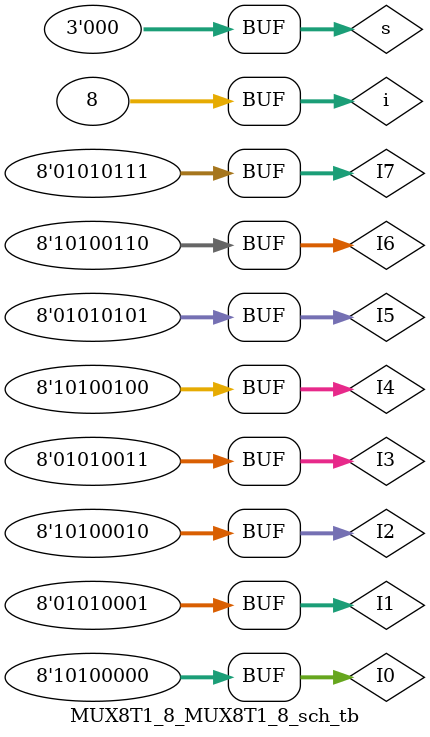
<source format=v>

`timescale 1ns / 1ps

module MUX8T1_8_MUX8T1_8_sch_tb();

// Inputs
   reg [7:0] I0;
   reg [7:0] I3;
   reg [7:0] I2;
   reg [7:0] I1;
   reg [7:0] I4;
   reg [7:0] I7;
   reg [7:0] I6;
   reg [7:0] I5;
   reg [2:0] s;

// Output
   wire [7:0] o;

// Bidirs

// Instantiate the UUT
   MUX8T1_8 UUT (
		.I0(I0), 
		.I3(I3), 
		.I2(I2), 
		.I1(I1), 
		.I4(I4), 
		.I7(I7), 
		.I6(I6), 
		.I5(I5), 
		.s(s), 
		.o(o)
   );
// Initialize Inputs
//   `ifdef auto_init
		integer i;
      initial begin
		I0 = 8'hA0;
		I1 = 8'h51;
		I2 = 8'hA2;
		I3 = 8'h53;
		I4 = 8'hA4;
		I5 = 8'h55;
		I6 = 8'hA6;
		I7 = 8'h57;
		s = 0;
		for(i = 0;i<=7;i=i+1)begin
		#50;
		s = i+1;
		end
		#50;
		s = 0;
		end
  //`endif
endmodule

</source>
